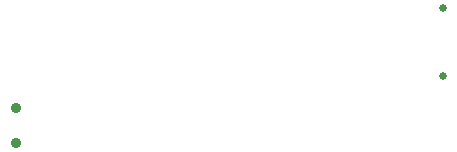
<source format=gbr>
%TF.GenerationSoftware,Altium Limited,Altium Designer,24.6.1 (21)*%
G04 Layer_Color=0*
%FSLAX45Y45*%
%MOMM*%
%TF.SameCoordinates,6A5B3439-CA9B-47F1-B443-B48DB32901A5*%
%TF.FilePolarity,Positive*%
%TF.FileFunction,NonPlated,1,2,NPTH,Drill*%
%TF.Part,Single*%
G01*
G75*
%TA.AperFunction,ComponentDrill*%
%ADD79C,0.90000*%
%ADD80C,0.65000*%
D79*
X226500Y2572500D02*
D03*
Y2272500D02*
D03*
D80*
X3836500Y2841000D02*
D03*
Y3419000D02*
D03*
%TF.MD5,ea3e32e1a677605f2cd420d619687574*%
M02*

</source>
